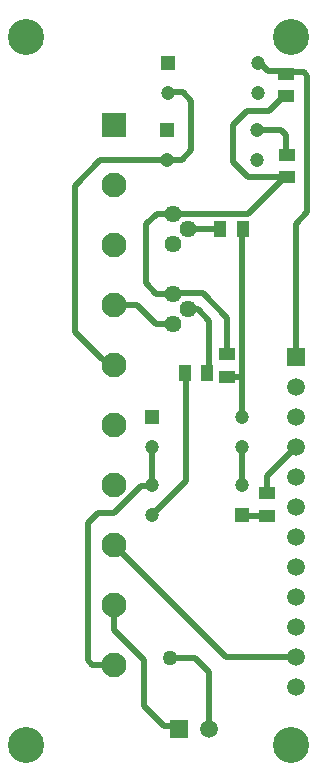
<source format=gbr>
G04*
G04 #@! TF.GenerationSoftware,Altium Limited,Altium Designer,23.0.1 (38)*
G04*
G04 Layer_Physical_Order=1*
G04 Layer_Color=255*
%FSLAX44Y44*%
%MOMM*%
G71*
G04*
G04 #@! TF.SameCoordinates,7BCDEA22-2D04-4257-93D8-CBB99C7658D5*
G04*
G04*
G04 #@! TF.FilePolarity,Positive*
G04*
G01*
G75*
%ADD13R,1.0500X1.4500*%
%ADD14R,1.4500X1.0500*%
%ADD27C,0.5080*%
%ADD28C,3.0480*%
%ADD29C,1.5000*%
%ADD30R,1.5000X1.5000*%
%ADD31R,2.1000X2.1000*%
%ADD32C,2.1000*%
%ADD33R,1.2000X1.2000*%
%ADD34C,1.2000*%
%ADD35C,1.4400*%
%ADD36R,1.5000X1.5000*%
%ADD37C,1.2700*%
D13*
X178700Y339875D02*
D03*
X159700D02*
D03*
X189834Y462025D02*
D03*
X208834D02*
D03*
D14*
X195868Y356286D02*
D03*
Y337286D02*
D03*
X229135Y219405D02*
D03*
Y238405D02*
D03*
X245506Y574542D02*
D03*
Y593543D02*
D03*
X246599Y506066D02*
D03*
Y525066D02*
D03*
D27*
X180289Y39098D02*
Y87112D01*
X147000Y99000D02*
X168401D01*
X180289Y87112D01*
X142048Y41207D02*
X152781D01*
X154889Y39098D01*
X100000Y122381D02*
Y143600D01*
Y122381D02*
X124972Y97408D01*
Y58282D02*
Y97408D01*
Y58282D02*
X142048Y41207D01*
X131544Y244970D02*
X131766Y245192D01*
X99850Y221934D02*
X122886Y244970D01*
X86481Y221934D02*
X99850D01*
X122886Y244970D02*
X131544D01*
X135999Y475000D02*
X213533D01*
X127104Y416262D02*
Y466106D01*
X135999Y475000D01*
X127104Y416262D02*
X135828Y407539D01*
X150000D01*
X77781Y97157D02*
Y213235D01*
Y97157D02*
X81592Y93347D01*
X99453D01*
X100000Y92800D01*
X77781Y213235D02*
X86481Y221934D01*
X208033Y245259D02*
Y277233D01*
X207966Y245192D02*
X208033Y245259D01*
Y277233D02*
X208100Y277300D01*
X131833Y246185D02*
Y277233D01*
X131900Y277300D01*
X144819Y520905D02*
X157218D01*
X165236Y528923D02*
Y570985D01*
X157218Y520905D02*
X165236Y528923D01*
X146032Y577981D02*
X158240D01*
X165236Y570985D01*
X145403Y577352D02*
X146032Y577981D01*
X213482Y506491D02*
X246173D01*
X200687Y519286D02*
Y550360D01*
Y519286D02*
X213482Y506491D01*
X212060Y561733D02*
X230697D01*
X200687Y550360D02*
X212060Y561733D01*
X246173Y506491D02*
X246599Y506066D01*
X213533Y475000D02*
X244599Y506066D01*
X150000Y408019D02*
X174993D01*
X230697Y561733D02*
X243506Y574542D01*
X245506D01*
X221603Y602752D02*
X223476D01*
X230636Y595592D01*
X243456D01*
X245506Y593543D01*
X194913Y99487D02*
X253696D01*
X100000Y194400D02*
X194913Y99487D01*
X174993Y408019D02*
X195868Y387144D01*
Y356286D02*
Y387144D01*
X170891Y394380D02*
X180672Y384599D01*
X163159Y394380D02*
X170891D01*
X162700Y394839D02*
X163159Y394380D01*
X180672Y341847D02*
Y384599D01*
X178700Y339875D02*
X180672Y341847D01*
X246713Y594750D02*
X260507D01*
X263483Y591774D01*
X253696Y466459D02*
X263483Y476245D01*
Y591774D01*
X207966Y219792D02*
X208029Y219729D01*
X208239D01*
X228972Y219567D02*
X229135Y219405D01*
X208401Y219567D02*
X228972D01*
X208239Y219729D02*
X208401Y219567D01*
X131766Y219792D02*
X131829Y219729D01*
X132039D01*
X159700Y339875D02*
X160957Y338618D01*
Y248647D02*
Y338618D01*
X132039Y219729D02*
X160957Y248647D01*
X66543Y375122D02*
X89700Y351965D01*
X66543Y498810D02*
X88074Y520341D01*
X66543Y375122D02*
Y498810D01*
X119379Y397600D02*
X135298Y381680D01*
X100000Y397600D02*
X119379D01*
X149542Y381680D02*
X150000Y382139D01*
X135298Y381680D02*
X149542D01*
X208465Y303065D02*
Y337286D01*
Y459892D01*
X195868Y337286D02*
X208218D01*
X144255Y520341D02*
X144819Y520905D01*
X189696Y462162D02*
X189834Y462025D01*
X162838Y462162D02*
X189696D01*
X162700Y462300D02*
X162838Y462162D01*
X208465Y461656D02*
X208834Y462025D01*
X208465Y459892D02*
Y461656D01*
X208100Y302700D02*
X208465Y303065D01*
X229135Y238405D02*
Y252725D01*
X253696Y277287D01*
X245852Y525812D02*
X246599Y525066D01*
X240943Y546305D02*
X245852Y541395D01*
Y525812D02*
Y541395D01*
X245506Y593543D02*
X246713Y594750D01*
X253696Y353487D02*
Y466459D01*
X221019Y546305D02*
X240943D01*
X88074Y520341D02*
X144255D01*
X89700Y351965D02*
X90527D01*
X95692Y346800D01*
X100000D01*
D28*
X25000Y25000D02*
D03*
X250000D02*
D03*
Y625000D02*
D03*
X25000D02*
D03*
D29*
X253696Y74087D02*
D03*
Y99487D02*
D03*
Y124887D02*
D03*
Y150287D02*
D03*
Y175687D02*
D03*
Y201087D02*
D03*
Y226487D02*
D03*
Y251887D02*
D03*
Y277287D02*
D03*
Y302687D02*
D03*
Y328087D02*
D03*
X180289Y39098D02*
D03*
D30*
X253696Y353487D02*
D03*
D31*
X100000Y550000D02*
D03*
D32*
Y499200D02*
D03*
Y448400D02*
D03*
Y397600D02*
D03*
Y346800D02*
D03*
Y296000D02*
D03*
Y245200D02*
D03*
Y194400D02*
D03*
Y143600D02*
D03*
Y92800D02*
D03*
D33*
X131900Y302700D02*
D03*
X207966Y219792D02*
D03*
X144819Y546305D02*
D03*
X145403Y602752D02*
D03*
D34*
X131900Y277300D02*
D03*
X208100D02*
D03*
Y302700D02*
D03*
X207966Y245192D02*
D03*
X131766D02*
D03*
Y219792D02*
D03*
X144819Y520905D02*
D03*
X221019D02*
D03*
Y546305D02*
D03*
X145403Y577352D02*
D03*
X221603D02*
D03*
Y602752D02*
D03*
D35*
X150000Y407539D02*
D03*
X162700Y394839D02*
D03*
X150000Y382139D02*
D03*
X150000Y475000D02*
D03*
X162700Y462300D02*
D03*
X150000Y449600D02*
D03*
D36*
X154889Y39098D02*
D03*
D37*
X147000Y99000D02*
D03*
M02*

</source>
